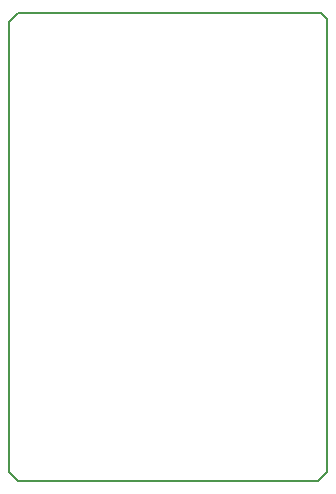
<source format=gko>
G04 Layer_Color=16711935*
%FSAX24Y24*%
%MOIN*%
G70*
G01*
G75*
%ADD21C,0.0079*%
D21*
X010500Y034300D02*
Y049300D01*
X010800Y049600D01*
X020900D01*
X021100Y049400D01*
Y034300D02*
Y049400D01*
X010800Y034000D02*
X020800D01*
X010500Y034300D02*
X010800Y034000D01*
X020800D02*
X021100Y034300D01*
M02*

</source>
